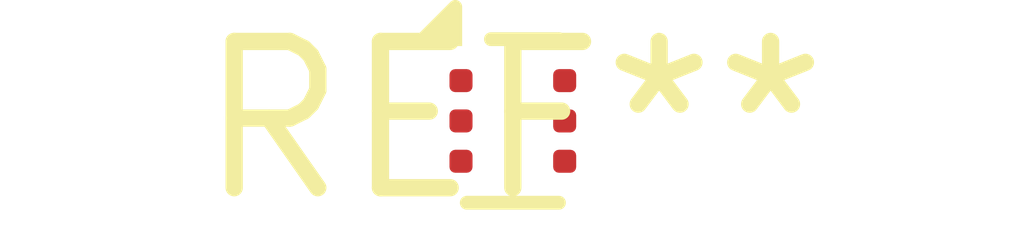
<source format=kicad_pcb>
(kicad_pcb (version 20240108) (generator pcbnew)
  (layers (0 "F.Cu" signal) (31 "B.Cu" signal) (34 "B.Paste" user) (35 "F.Paste" user) (36 "B.SilkS" user "B.Silkscreen") (37 "F.SilkS" user "F.Silkscreen") (38 "B.Mask" user) (39 "F.Mask" user) (44 "Edge.Cuts" user))
  (net 0 "")
  (footprint "SOT-963" (layer "F.Cu") (at 0 0)
    (property "Reference" "REF**")
    (property "Value" "SOT-963")
    (fp_line (start 0.4 -0.71) (end -0.19 -0.71) (layer "F.SilkS") (stroke (width 0.12)))
    (fp_line (start 0.4 0.71) (end -0.4 0.71) (layer "F.SilkS") (stroke (width 0.12)))
    (fp_poly (pts (xy -0.5 -0.71) (xy -0.78 -0.71) (xy -0.5 -0.99) (xy -0.5 -0.71)) (layer "F.SilkS") (stroke (width 0.12)) (fill solid))
    (pad "1" smd roundrect (at -0.45 -0.35) (size 0.2 0.2) (layers "F.Cu" "F.Paste" "F.Mask"))
    (pad "2" smd roundrect (at -0.45 0) (size 0.2 0.2) (layers "F.Cu" "F.Paste" "F.Mask"))
    (pad "3" smd roundrect (at -0.45 0.35) (size 0.2 0.2) (layers "F.Cu" "F.Paste" "F.Mask"))
    (pad "4" smd roundrect (at 0.45 0.35) (size 0.2 0.2) (layers "F.Cu" "F.Paste" "F.Mask"))
    (pad "5" smd roundrect (at 0.45 0) (size 0.2 0.2) (layers "F.Cu" "F.Paste" "F.Mask"))
    (pad "6" smd roundrect (at 0.45 -0.35) (size 0.2 0.2) (layers "F.Cu" "F.Paste" "F.Mask"))
  )
)
</source>
